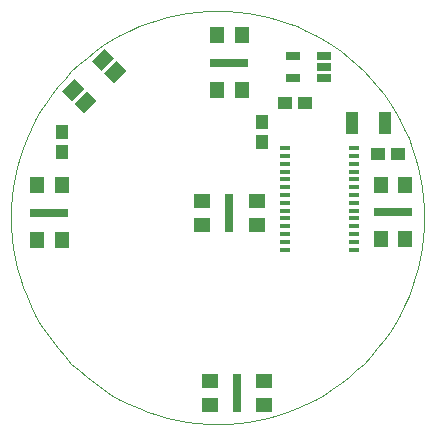
<source format=gts>
G75*
G70*
%OFA0B0*%
%FSLAX24Y24*%
%IPPOS*%
%LPD*%
%AMOC8*
5,1,8,0,0,1.08239X$1,22.5*
%
%ADD10C,0.0039*%
%ADD11R,0.0512X0.0257*%
%ADD12R,0.0473X0.0434*%
%ADD13R,0.0434X0.0749*%
%ADD14R,0.1300X0.0316*%
%ADD15R,0.0493X0.0556*%
%ADD16R,0.0316X0.1300*%
%ADD17R,0.0556X0.0493*%
%ADD18R,0.0355X0.0138*%
%ADD19R,0.0453X0.0591*%
%ADD20R,0.0434X0.0473*%
D10*
X000497Y008890D02*
X000505Y009228D01*
X000530Y009565D01*
X000572Y009901D01*
X000629Y010234D01*
X000703Y010564D01*
X000794Y010890D01*
X000900Y011211D01*
X001021Y011527D01*
X001159Y011836D01*
X001311Y012138D01*
X001477Y012432D01*
X001658Y012718D01*
X001853Y012994D01*
X002061Y013261D01*
X002282Y013517D01*
X002515Y013762D01*
X002760Y013995D01*
X003016Y014216D01*
X003283Y014424D01*
X003559Y014619D01*
X003845Y014800D01*
X004139Y014966D01*
X004441Y015118D01*
X004750Y015256D01*
X005066Y015377D01*
X005387Y015483D01*
X005713Y015574D01*
X006043Y015648D01*
X006376Y015705D01*
X006712Y015747D01*
X007049Y015772D01*
X007387Y015780D01*
X007725Y015772D01*
X008062Y015747D01*
X008398Y015705D01*
X008731Y015648D01*
X009061Y015574D01*
X009387Y015483D01*
X009708Y015377D01*
X010024Y015256D01*
X010333Y015118D01*
X010635Y014966D01*
X010929Y014800D01*
X011215Y014619D01*
X011491Y014424D01*
X011758Y014216D01*
X012014Y013995D01*
X012259Y013762D01*
X012492Y013517D01*
X012713Y013261D01*
X012921Y012994D01*
X013116Y012718D01*
X013297Y012432D01*
X013463Y012138D01*
X013615Y011836D01*
X013753Y011527D01*
X013874Y011211D01*
X013980Y010890D01*
X014071Y010564D01*
X014145Y010234D01*
X014202Y009901D01*
X014244Y009565D01*
X014269Y009228D01*
X014277Y008890D01*
X014269Y008552D01*
X014244Y008215D01*
X014202Y007879D01*
X014145Y007546D01*
X014071Y007216D01*
X013980Y006890D01*
X013874Y006569D01*
X013753Y006253D01*
X013615Y005944D01*
X013463Y005642D01*
X013297Y005348D01*
X013116Y005062D01*
X012921Y004786D01*
X012713Y004519D01*
X012492Y004263D01*
X012259Y004018D01*
X012014Y003785D01*
X011758Y003564D01*
X011491Y003356D01*
X011215Y003161D01*
X010929Y002980D01*
X010635Y002814D01*
X010333Y002662D01*
X010024Y002524D01*
X009708Y002403D01*
X009387Y002297D01*
X009061Y002206D01*
X008731Y002132D01*
X008398Y002075D01*
X008062Y002033D01*
X007725Y002008D01*
X007387Y002000D01*
X007049Y002008D01*
X006712Y002033D01*
X006376Y002075D01*
X006043Y002132D01*
X005713Y002206D01*
X005387Y002297D01*
X005066Y002403D01*
X004750Y002524D01*
X004441Y002662D01*
X004139Y002814D01*
X003845Y002980D01*
X003559Y003161D01*
X003283Y003356D01*
X003016Y003564D01*
X002760Y003785D01*
X002515Y004018D01*
X002282Y004263D01*
X002061Y004519D01*
X001853Y004786D01*
X001658Y005062D01*
X001477Y005348D01*
X001311Y005642D01*
X001159Y005944D01*
X001021Y006253D01*
X000900Y006569D01*
X000794Y006890D01*
X000703Y007216D01*
X000629Y007546D01*
X000572Y007879D01*
X000530Y008215D01*
X000505Y008552D01*
X000497Y008890D01*
D11*
X009907Y013520D03*
X009907Y014268D03*
X010931Y014268D03*
X010931Y013894D03*
X010931Y013520D03*
D12*
X010312Y012712D03*
X009643Y012712D03*
X012745Y011016D03*
X013414Y011016D03*
D13*
X012971Y012038D03*
X011869Y012038D03*
D14*
X013233Y009068D03*
X007780Y014048D03*
X001780Y009048D03*
D15*
X001377Y009953D03*
X002184Y009953D03*
X002184Y008142D03*
X001377Y008142D03*
X007377Y013142D03*
X008184Y013142D03*
X008184Y014953D03*
X007377Y014953D03*
X012830Y009973D03*
X013637Y009973D03*
X013637Y008162D03*
X012830Y008162D03*
D16*
X007780Y009048D03*
X008030Y003048D03*
D17*
X007125Y002644D03*
X007125Y003451D03*
X008936Y003451D03*
X008936Y002644D03*
X008686Y008644D03*
X008686Y009451D03*
X006875Y009451D03*
X006875Y008644D03*
D18*
X009630Y008595D03*
X009630Y008335D03*
X009630Y008075D03*
X009630Y007815D03*
X009630Y008855D03*
X009630Y009115D03*
X009628Y009375D03*
X009630Y009635D03*
X009630Y009895D03*
X009630Y010155D03*
X009630Y010415D03*
X009630Y010675D03*
X009630Y010935D03*
X009630Y011195D03*
X011930Y011195D03*
X011930Y010935D03*
X011930Y010675D03*
X011930Y010415D03*
X011930Y010155D03*
X011930Y009895D03*
X011930Y009635D03*
X011933Y009375D03*
X011930Y009115D03*
X011930Y008855D03*
X011930Y008595D03*
X011930Y008335D03*
X011930Y008075D03*
X011930Y007815D03*
D19*
G36*
X003931Y013365D02*
X003611Y013685D01*
X004027Y014101D01*
X004347Y013781D01*
X003931Y013365D01*
G37*
G36*
X003528Y013769D02*
X003208Y014089D01*
X003624Y014505D01*
X003944Y014185D01*
X003528Y013769D01*
G37*
G36*
X002526Y012766D02*
X002206Y013086D01*
X002622Y013502D01*
X002942Y013182D01*
X002526Y012766D01*
G37*
G36*
X002929Y012363D02*
X002609Y012683D01*
X003025Y013099D01*
X003345Y012779D01*
X002929Y012363D01*
G37*
D20*
X002206Y011729D03*
X002206Y011060D03*
X008855Y011394D03*
X008855Y012064D03*
M02*

</source>
